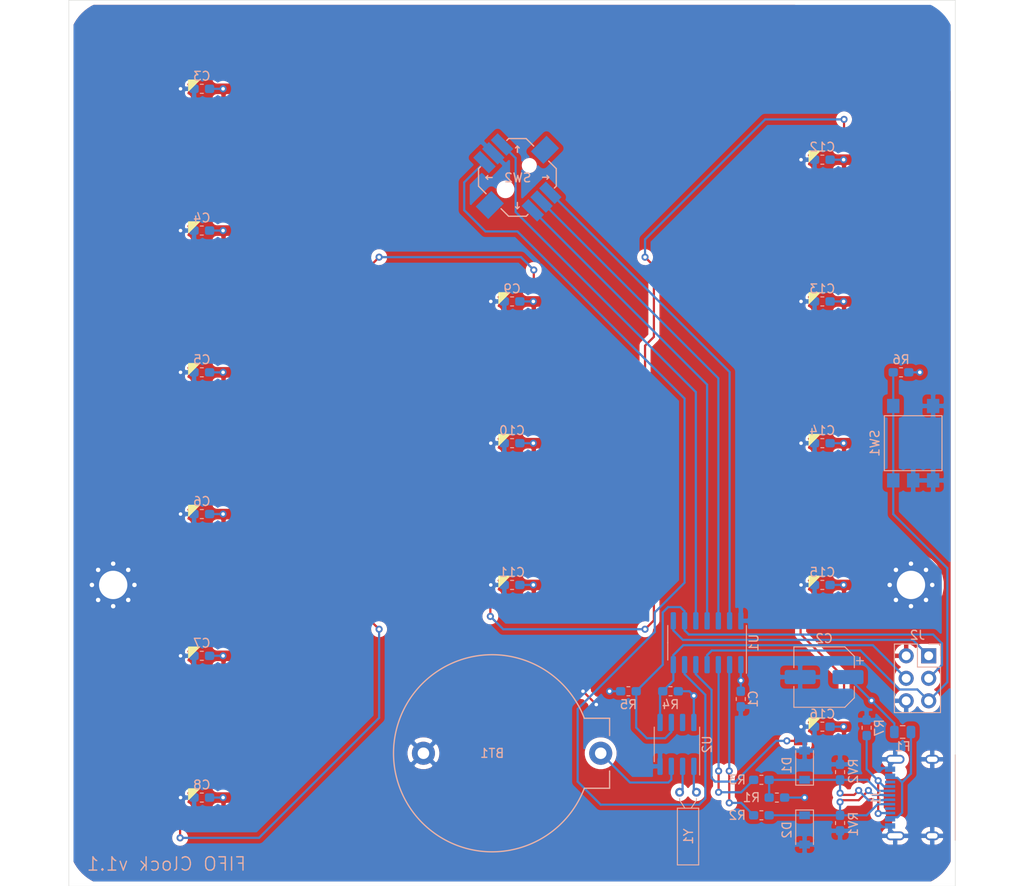
<source format=kicad_pcb>
(kicad_pcb (version 20171130) (host pcbnew 5.1.3-ffb9f22~84~ubuntu18.10.1)
  (layers (0 F.Cu signal) (31 B.Cu signal) (34 B.Paste user) (35 F.Paste user) (36 B.SilkS user) (37 F.SilkS user) (38 B.Mask user) (39 F.Mask user) (44 Edge.Cuts user))
  (net 0 "")
  (net 1 "Net-(BT1-Pad1)")
  (net 2 GND)
  (net 3 +5V)
  (net 4 "Net-(D1-Pad1)")
  (net 5 "Net-(D2-Pad1)")
  (net 6 "Net-(D3-Pad4)")
  (net 7 "Net-(D3-Pad2)")
  (net 8 "Net-(D4-Pad2)")
  (net 9 "Net-(D5-Pad2)")
  (net 10 "Net-(D6-Pad2)")
  (net 11 "Net-(D7-Pad2)")
  (net 12 "Net-(D8-Pad2)")
  (net 13 "Net-(D10-Pad4)")
  (net 14 "Net-(D10-Pad2)")
  (net 15 "Net-(D11-Pad2)")
  (net 16 "Net-(D12-Pad2)")
  (net 17 "Net-(D13-Pad2)")
  (net 18 "Net-(D14-Pad2)")
  (net 19 "Net-(D15-Pad2)")
  (net 20 "Net-(D16-Pad2)")
  (net 21 "Net-(F1-Pad2)")
  (net 22 "Net-(J1-PadA5)")
  (net 23 "Net-(J1-PadA8)")
  (net 24 "Net-(J1-PadB8)")
  (net 25 "Net-(J2-Pad1)")
  (net 26 "Net-(J2-Pad3)")
  (net 27 "Net-(J2-Pad4)")
  (net 28 "Net-(J2-Pad5)")
  (net 29 "Net-(SW2-Pad1)")
  (net 30 "Net-(SW2-Pad3)")
  (net 31 "Net-(SW2-Pad2)")
  (net 32 "Net-(SW2-Pad4)")
  (net 33 "Net-(SW2-Pad6)")
  (net 34 "Net-(U2-Pad1)")
  (net 35 "Net-(U2-Pad2)")
  (net 36 "Net-(U2-Pad7)")
  (net 37 /D+)
  (net 38 /D-)
  (module Clock_Footprints:LED_SK6812_PLCC4_5.0x5.0mm_P3.2mm_STEALTH (layer F.Cu) (at 135 132 180)
    (fp_text reference D16 hide)
    (fp_text value SK6812)
    (pad 3 smd rect (at -2.45 -1.6 180) (size 1.5 1) (layers F.Cu F.Paste F.Mask) (net 3 +5V))
    (pad 4 smd rect (at -2.45 1.6 180) (size 1.5 1) (layers F.Cu F.Paste F.Mask) (net 19 "Net-(D15-Pad2)"))
    (pad 2 smd rect (at 2.45 -1.6 180) (size 1.5 1) (layers F.Cu F.Paste F.Mask) (net 20 "Net-(D16-Pad2)"))
    (pad 1 smd rect (at 2.45 1.6 180) (size 1.5 1) (layers F.Cu F.Paste F.Mask) (net 2 GND))
  )
  (module Clock_Footprints:LED_SK6812_PLCC4_5.0x5.0mm_P3.2mm_STEALTH (layer F.Cu) (at 100 100 180)
    (fp_text reference D10 hide)
    (fp_text value SK6812)
    (pad 3 smd rect (at -2.45 -1.6 180) (size 1.5 1) (layers F.Cu F.Paste F.Mask) (net 3 +5V))
    (pad 4 smd rect (at -2.45 1.6 180) (size 1.5 1) (layers F.Cu F.Paste F.Mask) (net 13 "Net-(D10-Pad4)"))
    (pad 2 smd rect (at 2.45 -1.6 180) (size 1.5 1) (layers F.Cu F.Paste F.Mask) (net 14 "Net-(D10-Pad2)"))
    (pad 1 smd rect (at 2.45 1.6 180) (size 1.5 1) (layers F.Cu F.Paste F.Mask) (net 2 GND))
  )
  (module Clock_Footprints:LED_SK6812_PLCC4_5.0x5.0mm_P3.2mm_STEALTH (layer F.Cu) (at 65 60 180)
    (fp_text reference D3 hide)
    (fp_text value SK6812)
    (pad 3 smd rect (at -2.45 -1.6 180) (size 1.5 1) (layers F.Cu F.Paste F.Mask) (net 3 +5V))
    (pad 4 smd rect (at -2.45 1.6 180) (size 1.5 1) (layers F.Cu F.Paste F.Mask) (net 6 "Net-(D3-Pad4)"))
    (pad 2 smd rect (at 2.45 -1.6 180) (size 1.5 1) (layers F.Cu F.Paste F.Mask) (net 7 "Net-(D3-Pad2)"))
    (pad 1 smd rect (at 2.45 1.6 180) (size 1.5 1) (layers F.Cu F.Paste F.Mask) (net 2 GND))
  )
  (module Clock_Footprints:LED_SK6812_PLCC4_5.0x5.0mm_P3.2mm_STEALTH (layer F.Cu) (at 65 76 180)
    (fp_text reference D4 hide)
    (fp_text value SK6812)
    (pad 3 smd rect (at -2.45 -1.6 180) (size 1.5 1) (layers F.Cu F.Paste F.Mask) (net 3 +5V))
    (pad 4 smd rect (at -2.45 1.6 180) (size 1.5 1) (layers F.Cu F.Paste F.Mask) (net 7 "Net-(D3-Pad2)"))
    (pad 2 smd rect (at 2.45 -1.6 180) (size 1.5 1) (layers F.Cu F.Paste F.Mask) (net 8 "Net-(D4-Pad2)"))
    (pad 1 smd rect (at 2.45 1.6 180) (size 1.5 1) (layers F.Cu F.Paste F.Mask) (net 2 GND))
  )
  (module Clock_Footprints:LED_SK6812_PLCC4_5.0x5.0mm_P3.2mm_STEALTH (layer F.Cu) (at 65 92 180)
    (fp_text reference D5 hide)
    (fp_text value SK6812)
    (pad 3 smd rect (at -2.45 -1.6 180) (size 1.5 1) (layers F.Cu F.Paste F.Mask) (net 3 +5V))
    (pad 4 smd rect (at -2.45 1.6 180) (size 1.5 1) (layers F.Cu F.Paste F.Mask) (net 8 "Net-(D4-Pad2)"))
    (pad 2 smd rect (at 2.45 -1.6 180) (size 1.5 1) (layers F.Cu F.Paste F.Mask) (net 9 "Net-(D5-Pad2)"))
    (pad 1 smd rect (at 2.45 1.6 180) (size 1.5 1) (layers F.Cu F.Paste F.Mask) (net 2 GND))
  )
  (module Clock_Footprints:LED_SK6812_PLCC4_5.0x5.0mm_P3.2mm_STEALTH (layer F.Cu) (at 65 108 180)
    (fp_text reference D6 hide)
    (fp_text value SK6812)
    (pad 3 smd rect (at -2.45 -1.6 180) (size 1.5 1) (layers F.Cu F.Paste F.Mask) (net 3 +5V))
    (pad 4 smd rect (at -2.45 1.6 180) (size 1.5 1) (layers F.Cu F.Paste F.Mask) (net 9 "Net-(D5-Pad2)"))
    (pad 2 smd rect (at 2.45 -1.6 180) (size 1.5 1) (layers F.Cu F.Paste F.Mask) (net 10 "Net-(D6-Pad2)"))
    (pad 1 smd rect (at 2.45 1.6 180) (size 1.5 1) (layers F.Cu F.Paste F.Mask) (net 2 GND))
  )
  (module Clock_Footprints:LED_SK6812_PLCC4_5.0x5.0mm_P3.2mm_STEALTH (layer F.Cu) (at 65 124 180)
    (fp_text reference D7 hide)
    (fp_text value SK6812)
    (pad 3 smd rect (at -2.45 -1.6 180) (size 1.5 1) (layers F.Cu F.Paste F.Mask) (net 3 +5V))
    (pad 4 smd rect (at -2.45 1.6 180) (size 1.5 1) (layers F.Cu F.Paste F.Mask) (net 10 "Net-(D6-Pad2)"))
    (pad 2 smd rect (at 2.45 -1.6 180) (size 1.5 1) (layers F.Cu F.Paste F.Mask) (net 11 "Net-(D7-Pad2)"))
    (pad 1 smd rect (at 2.45 1.6 180) (size 1.5 1) (layers F.Cu F.Paste F.Mask) (net 2 GND))
  )
  (module Clock_Footprints:LED_SK6812_PLCC4_5.0x5.0mm_P3.2mm_STEALTH (layer F.Cu) (at 65 140 180)
    (fp_text reference D8 hide)
    (fp_text value SK6812)
    (pad 3 smd rect (at -2.45 -1.6 180) (size 1.5 1) (layers F.Cu F.Paste F.Mask) (net 3 +5V))
    (pad 4 smd rect (at -2.45 1.6 180) (size 1.5 1) (layers F.Cu F.Paste F.Mask) (net 11 "Net-(D7-Pad2)"))
    (pad 2 smd rect (at 2.45 -1.6 180) (size 1.5 1) (layers F.Cu F.Paste F.Mask) (net 12 "Net-(D8-Pad2)"))
    (pad 1 smd rect (at 2.45 1.6 180) (size 1.5 1) (layers F.Cu F.Paste F.Mask) (net 2 GND))
  )
  (module Clock_Footprints:LED_SK6812_PLCC4_5.0x5.0mm_P3.2mm_STEALTH (layer F.Cu) (at 100 84 180)
    (fp_text reference D9 hide)
    (fp_text value SK6812)
    (pad 3 smd rect (at -2.45 -1.6 180) (size 1.5 1) (layers F.Cu F.Paste F.Mask) (net 3 +5V))
    (pad 4 smd rect (at -2.45 1.6 180) (size 1.5 1) (layers F.Cu F.Paste F.Mask) (net 12 "Net-(D8-Pad2)"))
    (pad 2 smd rect (at 2.45 -1.6 180) (size 1.5 1) (layers F.Cu F.Paste F.Mask) (net 13 "Net-(D10-Pad4)"))
    (pad 1 smd rect (at 2.45 1.6 180) (size 1.5 1) (layers F.Cu F.Paste F.Mask) (net 2 GND))
  )
  (module Clock_Footprints:LED_SK6812_PLCC4_5.0x5.0mm_P3.2mm_STEALTH (layer F.Cu) (at 100 116 180)
    (fp_text reference D11 hide)
    (fp_text value SK6812)
    (pad 3 smd rect (at -2.45 -1.6 180) (size 1.5 1) (layers F.Cu F.Paste F.Mask) (net 3 +5V))
    (pad 4 smd rect (at -2.45 1.6 180) (size 1.5 1) (layers F.Cu F.Paste F.Mask) (net 14 "Net-(D10-Pad2)"))
    (pad 2 smd rect (at 2.45 -1.6 180) (size 1.5 1) (layers F.Cu F.Paste F.Mask) (net 15 "Net-(D11-Pad2)"))
    (pad 1 smd rect (at 2.45 1.6 180) (size 1.5 1) (layers F.Cu F.Paste F.Mask) (net 2 GND))
  )
  (module Clock_Footprints:LED_SK6812_PLCC4_5.0x5.0mm_P3.2mm_STEALTH (layer F.Cu) (at 135 68 180)
    (fp_text reference D12 hide)
    (fp_text value SK6812)
    (pad 3 smd rect (at -2.45 -1.6 180) (size 1.5 1) (layers F.Cu F.Paste F.Mask) (net 3 +5V))
    (pad 4 smd rect (at -2.45 1.6 180) (size 1.5 1) (layers F.Cu F.Paste F.Mask) (net 15 "Net-(D11-Pad2)"))
    (pad 2 smd rect (at 2.45 -1.6 180) (size 1.5 1) (layers F.Cu F.Paste F.Mask) (net 16 "Net-(D12-Pad2)"))
    (pad 1 smd rect (at 2.45 1.6 180) (size 1.5 1) (layers F.Cu F.Paste F.Mask) (net 2 GND))
  )
  (module Clock_Footprints:LED_SK6812_PLCC4_5.0x5.0mm_P3.2mm_STEALTH (layer F.Cu) (at 135 84 180)
    (fp_text reference D13 hide)
    (fp_text value SK6812)
    (pad 3 smd rect (at -2.45 -1.6 180) (size 1.5 1) (layers F.Cu F.Paste F.Mask) (net 3 +5V))
    (pad 4 smd rect (at -2.45 1.6 180) (size 1.5 1) (layers F.Cu F.Paste F.Mask) (net 16 "Net-(D12-Pad2)"))
    (pad 2 smd rect (at 2.45 -1.6 180) (size 1.5 1) (layers F.Cu F.Paste F.Mask) (net 17 "Net-(D13-Pad2)"))
    (pad 1 smd rect (at 2.45 1.6 180) (size 1.5 1) (layers F.Cu F.Paste F.Mask) (net 2 GND))
  )
  (module Clock_Footprints:LED_SK6812_PLCC4_5.0x5.0mm_P3.2mm_STEALTH (layer F.Cu) (at 135 100 180)
    (fp_text reference D14 hide)
    (fp_text value SK6812)
    (pad 3 smd rect (at -2.45 -1.6 180) (size 1.5 1) (layers F.Cu F.Paste F.Mask) (net 3 +5V))
    (pad 4 smd rect (at -2.45 1.6 180) (size 1.5 1) (layers F.Cu F.Paste F.Mask) (net 17 "Net-(D13-Pad2)"))
    (pad 2 smd rect (at 2.45 -1.6 180) (size 1.5 1) (layers F.Cu F.Paste F.Mask) (net 18 "Net-(D14-Pad2)"))
    (pad 1 smd rect (at 2.45 1.6 180) (size 1.5 1) (layers F.Cu F.Paste F.Mask) (net 2 GND))
  )
  (module Clock_Footprints:LED_SK6812_PLCC4_5.0x5.0mm_P3.2mm_STEALTH (layer F.Cu) (at 135 116 180)
    (fp_text reference D15 hide)
    (fp_text value SK6812)
    (pad 3 smd rect (at -2.45 -1.6 180) (size 1.5 1) (layers F.Cu F.Paste F.Mask) (net 3 +5V))
    (pad 4 smd rect (at -2.45 1.6 180) (size 1.5 1) (layers F.Cu F.Paste F.Mask) (net 18 "Net-(D14-Pad2)"))
    (pad 2 smd rect (at 2.45 -1.6 180) (size 1.5 1) (layers F.Cu F.Paste F.Mask) (net 19 "Net-(D15-Pad2)"))
    (pad 1 smd rect (at 2.45 1.6 180) (size 1.5 1) (layers F.Cu F.Paste F.Mask) (net 2 GND))
  )
  (module MountingHole:MountingHole_3.2mm_M3_Pad_Via (layer F.Cu) (at 55 116)
    (fp_text reference REF** hide)
    (fp_text value MountingHole_3.2mm_M3_Pad_Via)
    (pad 1 thru_hole circle (at 0 0) (size 6.4 6.4) (drill 3.2) (layers *.Cu *.Mask) (net 2 GND))
    (pad 1 thru_hole circle (at 2.4 0) (size 0.8 0.8) (drill 0.5) (layers *.Cu *.Mask) (net 2 GND))
    (pad 1 thru_hole circle (at 1.697056 1.697056) (size 0.8 0.8) (drill 0.5) (layers *.Cu *.Mask) (net 2 GND))
    (pad 1 thru_hole circle (at 0 2.4) (size 0.8 0.8) (drill 0.5) (layers *.Cu *.Mask) (net 2 GND))
    (pad 1 thru_hole circle (at -1.697056 1.697056) (size 0.8 0.8) (drill 0.5) (layers *.Cu *.Mask) (net 2 GND))
    (pad 1 thru_hole circle (at -2.4 0) (size 0.8 0.8) (drill 0.5) (layers *.Cu *.Mask) (net 2 GND))
    (pad 1 thru_hole circle (at -1.697056 -1.697056) (size 0.8 0.8) (drill 0.5) (layers *.Cu *.Mask) (net 2 GND))
    (pad 1 thru_hole circle (at 0 -2.4) (size 0.8 0.8) (drill 0.5) (layers *.Cu *.Mask) (net 2 GND))
    (pad 1 thru_hole circle (at 1.697056 -1.697056) (size 0.8 0.8) (drill 0.5) (layers *.Cu *.Mask) (net 2 GND))
  )
  (module MountingHole:MountingHole_3.2mm_M3_Pad_Via (layer F.Cu) (at 145 116)
    (fp_text reference REF** hide)
    (fp_text value MountingHole_3.2mm_M3_Pad_Via)
    (pad 1 thru_hole circle (at 1.697056 -1.697056) (size 0.8 0.8) (drill 0.5) (layers *.Cu *.Mask) (net 2 GND))
    (pad 1 thru_hole circle (at 0 -2.4) (size 0.8 0.8) (drill 0.5) (layers *.Cu *.Mask) (net 2 GND))
    (pad 1 thru_hole circle (at -1.697056 -1.697056) (size 0.8 0.8) (drill 0.5) (layers *.Cu *.Mask) (net 2 GND))
    (pad 1 thru_hole circle (at -2.4 0) (size 0.8 0.8) (drill 0.5) (layers *.Cu *.Mask) (net 2 GND))
    (pad 1 thru_hole circle (at -1.697056 1.697056) (size 0.8 0.8) (drill 0.5) (layers *.Cu *.Mask) (net 2 GND))
    (pad 1 thru_hole circle (at 0 2.4) (size 0.8 0.8) (drill 0.5) (layers *.Cu *.Mask) (net 2 GND))
    (pad 1 thru_hole circle (at 1.697056 1.697056) (size 0.8 0.8) (drill 0.5) (layers *.Cu *.Mask) (net 2 GND))
    (pad 1 thru_hole circle (at 2.4 0) (size 0.8 0.8) (drill 0.5) (layers *.Cu *.Mask) (net 2 GND))
    (pad 1 thru_hole circle (at 0 0) (size 6.4 6.4) (drill 3.2) (layers *.Cu *.Mask) (net 2 GND))
  )
  (module Clock_Footprints:U262-16XN-4BVC11 (layer B.Cu) (at 150 140 270)
    (fp_text reference J1 (at 0 8.95 270) (layer B.SilkS) (effects (justify mirror)))
    (fp_text value U262-16XN-4BVC11)
    (pad A12/B1 smd rect (at 3.2 7.355 270) (size 0.6 1.15) (layers B.Cu B.Paste B.Mask) (net 2 GND))
    (pad A9/B4 smd rect (at 2.4 7.355 270) (size 0.6 1.15) (layers B.Cu B.Paste B.Mask) (net 21 "Net-(F1-Pad2)"))
    (pad A1/B12 smd rect (at -3.2 7.355 270) (size 0.6 1.15) (layers B.Cu B.Paste B.Mask) (net 2 GND))
    (pad S1 thru_hole oval (at -4.32 2.6 270) (size 1 1.6) (drill oval 0.6 1.2) (layers *.Cu *.Mask) (net 2 GND))
    (pad S1 thru_hole oval (at 4.32 2.6 270) (size 1 1.6) (drill oval 0.6 1.2) (layers *.Cu *.Mask) (net 2 GND))
    (pad S1 thru_hole oval (at -4.32 6.78 270) (size 1 2.1) (drill oval 0.6 1.7) (layers *.Cu *.Mask) (net 2 GND))
    (pad S1 thru_hole oval (at 4.32 6.78 270) (size 1 2.1) (drill oval 0.6 1.7) (layers *.Cu *.Mask) (net 2 GND))
    (pad "" np_thru_hole circle (at -2.89 6.28 270) (size 0.65 0.65) (drill 0.65) (layers *.Cu *.Mask))
    (pad "" np_thru_hole circle (at 2.89 6.3 270) (size 0.65 0.65) (drill 0.65) (layers *.Cu *.Mask))
    (pad A4/B9 smd rect (at -2.4 7.355 270) (size 0.6 1.15) (layers B.Cu B.Paste B.Mask) (net 21 "Net-(F1-Pad2)"))
    (pad B8 smd rect (at -1.75 7.355 270) (size 0.3 1.15) (layers B.Cu B.Paste B.Mask) (net 24 "Net-(J1-PadB8)"))
    (pad A5 smd rect (at -1.25 7.355 270) (size 0.3 1.15) (layers B.Cu B.Paste B.Mask) (net 22 "Net-(J1-PadA5)"))
    (pad B7 smd rect (at -0.75 7.355 270) (size 0.3 1.15) (layers B.Cu B.Paste B.Mask) (net 4 "Net-(D1-Pad1)"))
    (pad A6 smd rect (at -0.25 7.355 270) (size 0.3 1.15) (layers B.Cu B.Paste B.Mask) (net 5 "Net-(D2-Pad1)"))
    (pad A7 smd rect (at 0.25 7.355 270) (size 0.3 1.15) (layers B.Cu B.Paste B.Mask) (net 4 "Net-(D1-Pad1)"))
    (pad B6 smd rect (at 0.75 7.355 270) (size 0.3 1.15) (layers B.Cu B.Paste B.Mask) (net 5 "Net-(D2-Pad1)"))
    (pad A8 smd rect (at 1.25 7.355 270) (size 0.3 1.15) (layers B.Cu B.Paste B.Mask) (net 23 "Net-(J1-PadA8)"))
    (pad B5 smd rect (at 1.75 7.355 270) (size 0.3 1.15) (layers B.Cu B.Paste B.Mask) (net 22 "Net-(J1-PadA5)"))
  )
  (module Clock_Footprints:K1-5203UA-01 (layer B.Cu) (at 100.6 70 315)
    (fp_text reference SW2 (at 0.059999 0) (layer B.SilkS) (effects (justify mirror)))
    (fp_text value SW_5_Way)
    (pad 1 smd rect (at 3.85 -1.4 315) (size 2.5 1.1) (layers B.Cu B.Paste B.Mask) (net 29 "Net-(SW2-Pad1)"))
    (pad 3 smd rect (at 3.85 1.4 315) (size 2.5 1.1) (layers B.Cu B.Paste B.Mask) (net 30 "Net-(SW2-Pad3)"))
    (pad 2 smd rect (at 3.85 0 315) (size 2.5 1.1) (layers B.Cu B.Paste B.Mask) (net 31 "Net-(SW2-Pad2)"))
    (pad "" np_thru_hole circle (at 0 1.9 315) (size 1 1) (drill 1) (layers *.Cu))
    (pad "" np_thru_hole circle (at 0 -1.9 315) (size 0.7 0.7) (drill 0.7) (layers *.Cu))
    (pad "" smd rect (at 0 4.4 315) (size 2 2.5) (layers B.Cu B.Paste B.Mask))
    (pad "" smd rect (at 0 -4.4 315) (size 2 2.5) (layers B.Cu B.Paste B.Mask))
    (pad 5 smd rect (at -3.85 0 135) (size 2.5 1.1) (layers B.Cu B.Paste B.Mask) (net 2 GND))
    (pad 4 smd rect (at -3.85 -1.4 135) (size 2.5 1.1) (layers B.Cu B.Paste B.Mask) (net 32 "Net-(SW2-Pad4)"))
    (pad 6 smd rect (at -3.85 1.4 135) (size 2.5 1.1) (layers B.Cu B.Paste B.Mask) (net 33 "Net-(SW2-Pad6)"))
  )
  (module Clock_Footprints:BS-2-1 (layer B.Cu) (at 97.75 135)
    (fp_text reference BT1 (at 0 0) (layer B.SilkS) (effects (justify mirror)))
    (fp_text value CR3032)
    (pad 1 thru_hole circle (at 12.25 0) (size 2.6 2.6) (drill 1.3) (layers *.Cu *.Mask) (net 1 "Net-(BT1-Pad1)"))
    (pad 2 thru_hole circle (at -7.75 0) (size 2.6 2.6) (drill 1.3) (layers *.Cu *.Mask) (net 2 GND))
  )
  (module Capacitor_SMD:C_0603_1608Metric_Pad1.05x0.95mm_HandSolder (layer B.Cu) (at 125.8 128.875 270)
    (fp_text reference C1 (at 0 -1.4 90) (layer B.SilkS) (effects (justify mirror)))
    (fp_text value 104)
    (pad 2 smd roundrect (at 0.875 0 270) (size 1.05 0.95) (layers B.Cu B.Paste B.Mask) (net 2 GND))
    (pad 1 smd roundrect (at -0.875 0 270) (size 1.05 0.95) (layers B.Cu B.Paste B.Mask) (net 3 +5V))
  )
  (module Capacitor_SMD:C_0603_1608Metric_Pad1.05x0.95mm_HandSolder (layer B.Cu) (at 65 60 180)
    (fp_text reference C3 (at 0 1.43 180) (layer B.SilkS) (effects (justify mirror)))
    (fp_text value 104)
    (pad 2 smd roundrect (at 0.875 0 180) (size 1.05 0.95) (layers B.Cu B.Paste B.Mask) (net 2 GND))
    (pad 1 smd roundrect (at -0.875 0 180) (size 1.05 0.95) (layers B.Cu B.Paste B.Mask) (net 3 +5V))
  )
  (module Capacitor_SMD:C_0603_1608Metric_Pad1.05x0.95mm_HandSolder (layer B.Cu) (at 65 76 180)
    (fp_text reference C4 (at 0 1.43 180) (layer B.SilkS) (effects (justify mirror)))
    (fp_text value 104)
    (pad 1 smd roundrect (at -0.875 0 180) (size 1.05 0.95) (layers B.Cu B.Paste B.Mask) (net 3 +5V))
    (pad 2 smd roundrect (at 0.875 0 180) (size 1.05 0.95) (layers B.Cu B.Paste B.Mask) (net 2 GND))
  )
  (module Capacitor_SMD:C_0603_1608Metric_Pad1.05x0.95mm_HandSolder (layer B.Cu) (at 65 92 180)
    (fp_text reference C5 (at 0 1.43 180) (layer B.SilkS) (effects (justify mirror)))
    (fp_text value 104)
    (pad 2 smd roundrect (at 0.875 0 180) (size 1.05 0.95) (layers B.Cu B.Paste B.Mask) (net 2 GND))
    (pad 1 smd roundrect (at -0.875 0 180) (size 1.05 0.95) (layers B.Cu B.Paste B.Mask) (net 3 +5V))
  )
  (module Capacitor_SMD:C_0603_1608Metric_Pad1.05x0.95mm_HandSolder (layer B.Cu) (at 65 108 180)
    (fp_text reference C6 (at 0 1.43 180) (layer B.SilkS) (effects (justify mirror)))
    (fp_text value 104)
    (pad 1 smd roundrect (at -0.875 0 180) (size 1.05 0.95) (layers B.Cu B.Paste B.Mask) (net 3 +5V))
    (pad 2 smd roundrect (at 0.875 0 180) (size 1.05 0.95) (layers B.Cu B.Paste B.Mask) (net 2 GND))
  )
  (module Capacitor_SMD:C_0603_1608Metric_Pad1.05x0.95mm_HandSolder (layer B.Cu) (at 65 124 180)
    (fp_text reference C7 (at 0 1.43 180) (layer B.SilkS) (effects (justify mirror)))
    (fp_text value 104)
    (pad 2 smd roundrect (at 0.875 0 180) (size 1.05 0.95) (layers B.Cu B.Paste B.Mask) (net 2 GND))
    (pad 1 smd roundrect (at -0.875 0 180) (size 1.05 0.95) (layers B.Cu B.Paste B.Mask) (net 3 +5V))
  )
  (module Capacitor_SMD:C_0603_1608Metric_Pad1.05x0.95mm_HandSolder (layer B.Cu) (at 65 140 180)
    (fp_text reference C8 (at 0 1.43 180) (layer B.SilkS) (effects (justify mirror)))
    (fp_text value 104)
    (pad 1 smd roundrect (at -0.875 0 180) (size 1.05 0.95) (layers B.Cu B.Paste B.Mask) (net 3 +5V))
    (pad 2 smd roundrect (at 0.875 0 180) (size 1.05 0.95) (layers B.Cu B.Paste B.Mask) (net 2 GND))
  )
  (module Capacitor_SMD:C_0603_1608Metric_Pad1.05x0.95mm_HandSolder (layer B.Cu) (at 100 84 180)
    (fp_text reference C9 (at 0 1.43) (layer B.SilkS) (effects (justify mirror)))
    (fp_text value 104)
    (pad 1 smd roundrect (at -0.875 0 180) (size 1.05 0.95) (layers B.Cu B.Paste B.Mask) (net 3 +5V))
    (pad 2 smd roundrect (at 0.875 0 180) (size 1.05 0.95) (layers B.Cu B.Paste B.Mask) (net 2 GND))
  )
  (module Capacitor_SMD:C_0603_1608Metric_Pad1.05x0.95mm_HandSolder (layer B.Cu) (at 100 100 180)
    (fp_text reference C10 (at 0 1.43) (layer B.SilkS) (effects (justify mirror)))
    (fp_text value 104)
    (pad 2 smd roundrect (at 0.875 0 180) (size 1.05 0.95) (layers B.Cu B.Paste B.Mask) (net 2 GND))
    (pad 1 smd roundrect (at -0.875 0 180) (size 1.05 0.95) (layers B.Cu B.Paste B.Mask) (net 3 +5V))
  )
  (module Capacitor_SMD:C_0603_1608Metric_Pad1.05x0.95mm_HandSolder (layer B.Cu) (at 100 116 180)
    (fp_text reference C11 (at 0 1.43) (layer B.SilkS) (effects (justify mirror)))
    (fp_text value 104)
    (pad 2 smd roundrect (at 0.875 0 180) (size 1.05 0.95) (layers B.Cu B.Paste B.Mask) (net 2 GND))
    (pad 1 smd roundrect (at -0.875 0 180) (size 1.05 0.95) (layers B.Cu B.Paste B.Mask) (net 3 +5V))
  )
  (module Capacitor_SMD:C_0603_1608Metric_Pad1.05x0.95mm_HandSolder (layer B.Cu) (at 135 68 180)
    (fp_text reference C12 (at 0 1.43) (layer B.SilkS) (effects (justify mirror)))
    (fp_text value 104)
    (pad 1 smd roundrect (at -0.875 0 180) (size 1.05 0.95) (layers B.Cu B.Paste B.Mask) (net 3 +5V))
    (pad 2 smd roundrect (at 0.875 0 180) (size 1.05 0.95) (layers B.Cu B.Paste B.Mask) (net 2 GND))
  )
  (module Capacitor_SMD:C_0603_1608Metric_Pad1.05x0.95mm_HandSolder (layer B.Cu) (at 135 84 180)
    (fp_text reference C13 (at 0 1.43) (layer B.SilkS) (effects (justify mirror)))
    (fp_text value 104)
    (pad 2 smd roundrect (at 0.875 0 180) (size 1.05 0.95) (layers B.Cu B.Paste B.Mask) (net 2 GND))
    (pad 1 smd roundrect (at -0.875 0 180) (size 1.05 0.95) (layers B.Cu B.Paste B.Mask) (net 3 +5V))
  )
  (module Capacitor_SMD:C_0603_1608Metric_Pad1.05x0.95mm_HandSolder (layer B.Cu) (at 135 100 180)
    (fp_text reference C14 (at 0 1.43) (layer B.SilkS) (effects (justify mirror)))
    (fp_text value 104)
    (pad 1 smd roundrect (at -0.875 0 180) (size 1.05 0.95) (layers B.Cu B.Paste B.Mask) (net 3 +5V))
    (pad 2 smd roundrect (at 0.875 0 180) (size 1.05 0.95) (layers B.Cu B.Paste B.Mask) (net 2 GND))
  )
  (module Capacitor_SMD:C_0603_1608Metric_Pad1.05x0.95mm_HandSolder (layer B.Cu) (at 135 116 180)
    (fp_text reference C15 (at 0 1.43) (layer B.SilkS) (effects (justify mirror)))
    (fp_text value 104)
    (pad 1 smd roundrect (at -0.875 0 180) (size 1.05 0.95) (layers B.Cu B.Paste B.Mask) (net 3 +5V))
    (pad 2 smd roundrect (at 0.875 0 180) (size 1.05 0.95) (layers B.Cu B.Paste B.Mask) (net 2 GND))
  )
  (module Capacitor_SMD:C_0603_1608Metric_Pad1.05x0.95mm_HandSolder (layer B.Cu) (at 135 132 180)
    (fp_text reference C16 (at 0 1.43) (layer B.SilkS) (effects (justify mirror)))
    (fp_text value 104)
    (pad 2 smd roundrect (at 0.875 0 180) (size 1.05 0.95) (layers B.Cu B.Paste B.Mask) (net 2 GND))
    (pad 1 smd roundrect (at -0.875 0 180) (size 1.05 0.95) (layers B.Cu B.Paste B.Mask) (net 3 +5V))
  )
  (module Diode_SMD:D_SOD-123 (layer B.Cu) (at 133 136.35 90)
    (fp_text reference D1 (at 0 -2 270) (layer B.SilkS) (effects (justify mirror)))
    (fp_text value 3.6v)
    (pad 1 smd rect (at -1.65 0 90) (size 0.9 1.2) (layers B.Cu B.Paste B.Mask) (net 4 "Net-(D1-Pad1)"))
    (pad 2 smd rect (at 1.65 0 90) (size 0.9 1.2) (layers B.Cu B.Paste B.Mask) (net 2 GND))
  )
  (module Diode_SMD:D_SOD-123 (layer B.Cu) (at 133 143.65 270)
    (fp_text reference D2 (at 0 2 270) (layer B.SilkS) (effects (justify mirror)))
    (fp_text value 3.6v)
    (pad 2 smd rect (at 1.65 0 270) (size 0.9 1.2) (layers B.Cu B.Paste B.Mask) (net 2 GND))
    (pad 1 smd rect (at -1.65 0 270) (size 0.9 1.2) (layers B.Cu B.Paste B.Mask) (net 5 "Net-(D2-Pad1)"))
  )
  (module Fuse:Fuse_0805_2012Metric (layer B.Cu) (at 144.0625 132.6)
    (fp_text reference F1 (at 0 1.65) (layer B.SilkS) (effects (justify mirror)))
    (fp_text value "500mA PTC")
    (pad 1 smd roundrect (at -0.9375 0) (size 0.975 1.4) (layers B.Cu B.Paste B.Mask) (net 3 +5V))
    (pad 2 smd roundrect (at 0.9375 0) (size 0.975 1.4) (layers B.Cu B.Paste B.Mask) (net 21 "Net-(F1-Pad2)"))
  )
  (module Connector_PinHeader_2.54mm:PinHeader_2x03_P2.54mm_Vertical (layer B.Cu) (at 147 124 180)
    (fp_text reference J2 (at 1.27 2.33) (layer B.SilkS) (effects (justify mirror)))
    (fp_text value AVR-ISP-6)
    (pad 1 thru_hole rect (at 0 0 180) (size 1.7 1.7) (drill 1) (layers *.Cu *.Mask) (net 25 "Net-(J2-Pad1)"))
    (pad 2 thru_hole oval (at 2.54 0 180) (size 1.7 1.7) (drill 1) (layers *.Cu *.Mask) (net 3 +5V))
    (pad 3 thru_hole oval (at 0 -2.54 180) (size 1.7 1.7) (drill 1) (layers *.Cu *.Mask) (net 26 "Net-(J2-Pad3)"))
    (pad 4 thru_hole oval (at 2.54 -2.54 180) (size 1.7 1.7) (drill 1) (layers *.Cu *.Mask) (net 27 "Net-(J2-Pad4)"))
    (pad 5 thru_hole oval (at 0 -5.08 180) (size 1.7 1.7) (drill 1) (layers *.Cu *.Mask) (net 28 "Net-(J2-Pad5)"))
    (pad 6 thru_hole oval (at 2.54 -5.08 180) (size 1.7 1.7) (drill 1) (layers *.Cu *.Mask) (net 2 GND))
  )
  (module Resistor_SMD:R_0603_1608Metric_Pad1.05x0.95mm_HandSolder (layer B.Cu) (at 129.875 140 180)
    (fp_text reference R1 (at 2.875 0) (layer B.SilkS) (effects (justify mirror)))
    (fp_text value 1.5k)
    (pad 1 smd roundrect (at -0.875 0 180) (size 1.05 0.95) (layers B.Cu B.Paste B.Mask) (net 3 +5V))
    (pad 2 smd roundrect (at 0.875 0 180) (size 1.05 0.95) (layers B.Cu B.Paste B.Mask) (net 4 "Net-(D1-Pad1)"))
  )
  (module Resistor_SMD:R_0603_1608Metric_Pad1.05x0.95mm_HandSolder (layer B.Cu) (at 128.125 142 180)
    (fp_text reference R2 (at 2.725 0) (layer B.SilkS) (effects (justify mirror)))
    (fp_text value 68)
    (pad 2 smd roundrect (at 0.875 0 180) (size 1.05 0.95) (layers B.Cu B.Paste B.Mask) (net 37 /D+))
    (pad 1 smd roundrect (at -0.875 0 180) (size 1.05 0.95) (layers B.Cu B.Paste B.Mask) (net 5 "Net-(D2-Pad1)"))
  )
  (module Resistor_SMD:R_0603_1608Metric_Pad1.05x0.95mm_HandSolder (layer B.Cu) (at 128.125 138 180)
    (fp_text reference R3 (at 2.725 0) (layer B.SilkS) (effects (justify mirror)))
    (fp_text value 68)
    (pad 1 smd roundrect (at -0.875 0 180) (size 1.05 0.95) (layers B.Cu B.Paste B.Mask) (net 4 "Net-(D1-Pad1)"))
    (pad 2 smd roundrect (at 0.875 0 180) (size 1.05 0.95) (layers B.Cu B.Paste B.Mask) (net 38 /D-))
  )
  (module Resistor_SMD:R_0603_1608Metric_Pad1.05x0.95mm_HandSolder (layer B.Cu) (at 117.875 128 180)
    (fp_text reference R4 (at 0 -1.5) (layer B.SilkS) (effects (justify mirror)))
    (fp_text value 5.1k)
    (pad 2 smd roundrect (at 0.875 0 180) (size 1.05 0.95) (layers B.Cu B.Paste B.Mask) (net 27 "Net-(J2-Pad4)"))
    (pad 1 smd roundrect (at -0.875 0 180) (size 1.05 0.95) (layers B.Cu B.Paste B.Mask) (net 3 +5V))
  )
  (module Resistor_SMD:R_0603_1608Metric_Pad1.05x0.95mm_HandSolder (layer B.Cu) (at 113.125 128)
    (fp_text reference R5 (at 0 1.5 180) (layer B.SilkS) (effects (justify mirror)))
    (fp_text value 5.1k)
    (pad 2 smd roundrect (at 0.875 0) (size 1.05 0.95) (layers B.Cu B.Paste B.Mask) (net 26 "Net-(J2-Pad3)"))
    (pad 1 smd roundrect (at -0.875 0) (size 1.05 0.95) (layers B.Cu B.Paste B.Mask) (net 3 +5V))
  )
  (module Resistor_SMD:R_0603_1608Metric_Pad1.05x0.95mm_HandSolder (layer B.Cu) (at 143.875 92 180)
    (fp_text reference R6 (at 0 1.43 180) (layer B.SilkS) (effects (justify mirror)))
    (fp_text value 5.1k)
    (pad 2 smd roundrect (at 0.875 0 180) (size 1.05 0.95) (layers B.Cu B.Paste B.Mask) (net 28 "Net-(J2-Pad5)"))
    (pad 1 smd roundrect (at -0.875 0 180) (size 1.05 0.95) (layers B.Cu B.Paste B.Mask) (net 3 +5V))
  )
  (module Resistor_SMD:R_0603_1608Metric_Pad1.05x0.95mm_HandSolder (layer B.Cu) (at 140 132.125 90)
    (fp_text reference R7 (at 0 1.43 90) (layer B.SilkS) (effects (justify mirror)))
    (fp_text value 5.1k)
    (pad 2 smd roundrect (at 0.875 0 90) (size 1.05 0.95) (layers B.Cu B.Paste B.Mask) (net 2 GND))
    (pad 1 smd roundrect (at -0.875 0 90) (size 1.05 0.95) (layers B.Cu B.Paste B.Mask) (net 22 "Net-(J1-PadA5)"))
  )
  (module Resistor_SMD:R_0603_1608Metric_Pad1.05x0.95mm_HandSolder (layer B.Cu) (at 137 142.875 90)
    (fp_text reference RV1 (at -0.125 1.5 270) (layer B.SilkS) (effects (justify mirror)))
    (fp_text value 5V)
    (pad 1 smd roundrect (at -0.875 0 90) (size 1.05 0.95) (layers B.Cu B.Paste B.Mask) (net 2 GND))
    (pad 2 smd roundrect (at 0.875 0 90) (size 1.05 0.95) (layers B.Cu B.Paste B.Mask) (net 5 "Net-(D2-Pad1)"))
  )
  (module Resistor_SMD:R_0603_1608Metric_Pad1.05x0.95mm_HandSolder (layer B.Cu) (at 137 137.125 270)
    (fp_text reference RV2 (at -0.125 -1.5 270) (layer B.SilkS) (effects (justify mirror)))
    (fp_text value 5V)
    (pad 2 smd roundrect (at 0.875 0 270) (size 1.05 0.95) (layers B.Cu B.Paste B.Mask) (net 4 "Net-(D1-Pad1)"))
    (pad 1 smd roundrect (at -0.875 0 270) (size 1.05 0.95) (layers B.Cu B.Paste B.Mask) (net 2 GND))
  )
  (module Clock_Footprints:SKHMQKE010 (layer B.Cu) (at 145.25 100 270)
    (fp_text reference SW1 (at 0 4.318 90) (layer B.SilkS) (effects (justify mirror)))
    (fp_text value SKHMQKE010)
    (pad 1 smd rect (at -4.2 2.25 270) (size 1.6 1.4) (layers B.Cu B.Paste B.Mask) (net 28 "Net-(J2-Pad5)"))
    (pad 3 smd rect (at -4.2 -2.25 270) (size 1.6 1.4) (layers B.Cu B.Paste B.Mask) (net 2 GND))
    (pad 2 smd rect (at 4.2 2.25 270) (size 1.6 1.4) (layers B.Cu B.Paste B.Mask) (net 28 "Net-(J2-Pad5)"))
    (pad 5 smd rect (at 4.2 0 270) (size 1.6 1.4) (layers B.Cu B.Paste B.Mask) (net 2 GND))
    (pad 4 smd rect (at 4.2 -2.25 270) (size 1.6 1.4) (layers B.Cu B.Paste B.Mask) (net 2 GND))
  )
  (module Package_SO:SOIC-14_3.9x8.7mm_P1.27mm (layer B.Cu) (at 122 122.525 90)
    (fp_text reference U1 (at 0 5.28 90) (layer B.SilkS) (effects (justify mirror)))
    (fp_text value ATtiny84A-SSUR)
    (pad 1 smd roundrect (at -2.475 3.81 90) (size 1.95 0.6) (layers B.Cu B.Paste B.Mask) (net 3 +5V))
    (pad 2 smd roundrect (at -2.475 2.54 90) (size 1.95 0.6) (layers B.Cu B.Paste B.Mask) (net 37 /D+))
    (pad 3 smd roundrect (at -2.475 1.27 90) (size 1.95 0.6) (layers B.Cu B.Paste B.Mask) (net 38 /D-))
    (pad 4 smd roundrect (at -2.475 0 90) (size 1.95 0.6) (layers B.Cu B.Paste B.Mask) (net 28 "Net-(J2-Pad5)"))
    (pad 5 smd roundrect (at -2.475 -1.27 90) (size 1.95 0.6) (layers B.Cu B.Paste B.Mask) (net 20 "Net-(D16-Pad2)"))
    (pad 6 smd roundrect (at -2.475 -2.54 90) (size 1.95 0.6) (layers B.Cu B.Paste B.Mask) (net 33 "Net-(SW2-Pad6)"))
    (pad 7 smd roundrect (at -2.475 -3.81 90) (size 1.95 0.6) (layers B.Cu B.Paste B.Mask) (net 27 "Net-(J2-Pad4)"))
    (pad 8 smd roundrect (at 2.475 -3.81 90) (size 1.95 0.6) (layers B.Cu B.Paste B.Mask) (net 25 "Net-(J2-Pad1)"))
    (pad 9 smd roundrect (at 2.475 -2.54 90) (size 1.95 0.6) (layers B.Cu B.Paste B.Mask) (net 26 "Net-(J2-Pad3)"))
    (pad 10 smd roundrect (at 2.475 -1.27 90) (size 1.95 0.6) (layers B.Cu B.Paste B.Mask) (net 32 "Net-(SW2-Pad4)"))
    (pad 11 smd roundrect (at 2.475 0 90) (size 1.95 0.6) (layers B.Cu B.Paste B.Mask) (net 30 "Net-(SW2-Pad3)"))
    (pad 12 smd roundrect (at 2.475 1.27 90) (size 1.95 0.6) (layers B.Cu B.Paste B.Mask) (net 31 "Net-(SW2-Pad2)"))
    (pad 13 smd roundrect (at 2.475 2.54 90) (size 1.95 0.6) (layers B.Cu B.Paste B.Mask) (net 29 "Net-(SW2-Pad1)"))
    (pad 14 smd roundrect (at 2.475 3.81 90) (size 1.95 0.6) (layers B.Cu B.Paste B.Mask) (net 2 GND))
  )
  (module Package_SO:SOIC-8_3.9x4.9mm_P1.27mm (layer B.Cu) (at 118.6 134 90)
    (fp_text reference U2 (at 0 3.4 90) (layer B.SilkS) (effects (justify mirror)))
    (fp_text value DS1307Z+)
    (pad 8 smd roundrect (at 2.475 1.905 90) (size 1.95 0.6) (layers B.Cu B.Paste B.Mask) (net 3 +5V))
    (pad 7 smd roundrect (at 2.475 0.635 90) (size 1.95 0.6) (layers B.Cu B.Paste B.Mask) (net 36 "Net-(U2-Pad7)"))
    (pad 6 smd roundrect (at 2.475 -0.635 90) (size 1.95 0.6) (layers B.Cu B.Paste B.Mask) (net 26 "Net-(J2-Pad3)"))
    (pad 5 smd roundrect (at 2.475 -1.905 90) (size 1.95 0.6) (layers B.Cu B.Paste B.Mask) (net 27 "Net-(J2-Pad4)"))
    (pad 4 smd roundrect (at -2.475 -1.905 90) (size 1.95 0.6) (layers B.Cu B.Paste B.Mask) (net 2 GND))
    (pad 3 smd roundrect (at -2.475 -0.635 90) (size 1.95 0.6) (layers B.Cu B.Paste B.Mask) (net 1 "Net-(BT1-Pad1)"))
    (pad 2 smd roundrect (at -2.475 0.635 90) (size 1.95 0.6) (layers B.Cu B.Paste B.Mask) (net 35 "Net-(U2-Pad2)"))
    (pad 1 smd roundrect (at -2.475 1.905 90) (size 1.95 0.6) (layers B.Cu B.Paste B.Mask) (net 34 "Net-(U2-Pad1)"))
  )
  (module Crystal:Crystal_DS26_D2.0mm_L6.0mm_Horizontal (layer B.Cu) (at 120.8 139.4 180)
    (fp_text reference Y1 (at 0.9 -5 270) (layer B.SilkS) (effects (justify mirror)))
    (fp_text value "32.768 kHz")
    (pad 2 thru_hole circle (at 1.9 0 180) (size 1 1) (drill 0.5) (layers *.Cu *.Mask) (net 35 "Net-(U2-Pad2)"))
    (pad 1 thru_hole circle (at 0 0 180) (size 1 1) (drill 0.5) (layers *.Cu *.Mask) (net 34 "Net-(U2-Pad1)"))
  )
  (module Capacitor_SMD:CP_Elec_6.3x5.8 (layer B.Cu) (at 135.2 126.4 180)
    (fp_text reference C2 (at 0 4.35) (layer B.SilkS) (effects (justify mirror)))
    (fp_text value 226)
    (pad 1 smd roundrect (at -2.7 0 180) (size 3.5 1.6) (layers B.Cu B.Paste B.Mask) (roundrect_rratio 0.15625) (net 3 +5V))
    (pad 2 smd roundrect (at 2.7 0 180) (size 3.5 1.6) (layers B.Cu B.Paste B.Mask) (roundrect_rratio 0.15625) (net 2 GND))
  )
  (gr_text FIFO (at 141 55) (layer F.Cu) (effects (font (size 5 5) (thickness 1))))
  (gr_text "FIFO Clock v1.1" (at 61 147.5) (layer B.SilkS) (effects (font (size 1.5 1.5)) (justify mirror)))
  (gr_text "Connor Northway & Eddie Zhou" (at 100 145) (layer F.Cu) (effects (font (size 1.75 1.75) (thickness 0.375))))
  (gr_line (start 150 50) (end 150 150) (layer Edge.Cuts) (width 0.05))
  (gr_line (start 150 150) (end 50 150) (layer Edge.Cuts) (width 0.05))
  (gr_line (start 50 50) (end 150 50) (layer Edge.Cuts) (width 0.05))
  (gr_line (start 50 150) (end 50 50) (layer Edge.Cuts) (width 0.05))
  (segment (start 117.965 136.475) (end 117.965 137.965) (width 0.25) (layer B.Cu) (net 1))
  (segment (start 117.965 137.965) (end 117.630001 138.299999) (width 0.25) (layer B.Cu) (net 1))
  (segment (start 113.299999 138.299999) (end 110 135) (width 0.25) (layer B.Cu) (net 1))
  (segment (start 117.630001 138.299999) (end 113.299999 138.299999) (width 0.25) (layer B.Cu) (net 1))
  (via (at 132.6 132) (size 0.8) (drill 0.4) (layers F.Cu B.Cu) (net 2))
  (segment (start 132.6 130.45) (end 132.55 130.4) (width 0.25) (layer F.Cu) (net 2))
  (segment (start 132.6 132) (end 132.6 130.45) (width 0.25) (layer F.Cu) (net 2))
  (via (at 132.6 116) (size 0.8) (drill 0.4) (layers F.Cu B.Cu) (net 2))
  (segment (start 132.6 114.45) (end 132.55 114.4) (width 0.25) (layer F.Cu) (net 2))
  (segment (start 132.6 116) (end 132.6 114.45) (width 0.25) (layer F.Cu) (net 2))
  (via (at 132.6 100) (size 0.8) (drill 0.4) (layers F.Cu B.Cu) (net 2))
  (segment (start 132.6 98.45) (end 132.55 98.4) (width 0.25) (layer F.Cu) (net 2))
  (segment (start 132.6 100) (end 132.6 98.45) (width 0.25) (layer F.Cu) (net 2))
  (via (at 132.6 84) (size 0.8) (drill 0.4) (layers F.Cu B.Cu) (net 2))
  (segment (start 132.6 82.45) (end 132.55 82.4) (width 0.25) (layer F.Cu) (net 2))
  (segment (start 132.6 84) (end 132.6 82.45) (width 0.25) (layer F.Cu) (net 2))
  (via (at 132.6 68) (size 0.8) (drill 0.4) (layers F.Cu B.Cu) (net 2))
  (segment (start 132.6 66.45) (end 132.55 66.4) (width 0.25) (layer F.Cu) (net 2))
  (segment (start 132.6 68) (end 132.6 66.45) (width 0.25) (layer F.Cu) (net 2))
  (via (at 97.6 116) (size 0.8) (drill 0.4) (layers F.Cu B.Cu) (net 2))
  (segment (start 97.6 114.45) (end 97.55 114.4) (width 0.25) (layer F.Cu) (net 2))
  (segment (start 97.6 116) (end 97.6 114.45) (width 0.25) (layer F.Cu) (net 2))
  (via (at 97.6 100) (size 0.8) (drill 0.4) (layers F.Cu B.Cu) (net 2))
  (segment (start 97.6 98.45) (end 97.55 98.4) (width 0.25) (layer F.Cu) (net 2))
  (segment (start 97.6 100) (end 97.6 98.45) (width 0.25) (layer F.Cu) (net 2))
  (via (at 97.6 84) (size 0.8) (drill 0.4) (layers F.Cu B.Cu) (net 2))
  (segment (start 97.6 82.45) (end 97.55 82.4) (width 0.25) (layer F.Cu) (net 2))
  (segment (start 97.6 84) (end 97.6 82.45) (width 0.25) (layer F.Cu) (net 2))
  (via (at 62.6 140) (size 0.8) (drill 0.4) (layers F.Cu B.Cu) (net 2))
  (segment (start 62.6 138.45) (end 62.55 138.4) (width 0.25) (layer F.Cu) (net 2))
  (segment (start 62.6 140) (end 62.6 138.45) (width 0.25) (layer F.Cu) (net 2))
  (via (at 62.6 124) (size 0.8) (drill 0.4) (layers F.Cu B.Cu) (net 2))
  (segment (start 62.6 122.45) (end 62.55 122.4) (width 0.25) (layer F.Cu) (net 2))
  (segment (start 62.6 124) (end 62.6 122.45) (width 0.25) (layer F.Cu) (net 2))
  (via (at 62.6 108) (size 0.8) (drill 0.4) (layers F.Cu B.Cu) (net 2))
  (segment (start 62.6 106.45) (end 62.55 106.4) (width 0.25) (layer F.Cu) (net 2))
  (segment (start 62.6 108) (end 62.6 106.45) (width 0.25) (layer F.Cu) (net 2))
  (via (at 62.6 92) (size 0.8) (drill 0.4) (layers F.Cu B.Cu) (net 2))
  (segment (start 62.6 90.45) (end 62.55 90.4) (width 0.25) (layer F.Cu) (net 2))
  (segment (start 62.6 92) (end 62.6 90.45) (width 0.25) (layer F.Cu) (net 2))
  (via (at 62.6 76) (size 0.8) (drill 0.4) (layers F.Cu B.Cu) (net 2))
  (via (at 62.6 60) (size 0.8) (drill 0.4) (layers F.Cu B.Cu) (net 2))
  (segment (start 62.6 58.45) (end 62.55 58.4) (width 0.25) (layer F.Cu) (net 2))
  (segment (start 62.6 60) (end 62.6 58.45) (width 0.25) (layer F.Cu) (net 2))
  (segment (start 62.6 74.45) (end 62.55 74.4) (width 0.25) (layer F.Cu) (net 2))
  (segment (start 62.6 76) (end 62.6 74.45) (width 0.25) (layer F.Cu) (net 2))
  (segment (start 142.645 143.745) (end 143.22 144.32) (width 0.5) (layer B.Cu) (net 2))
  (segment (start 142.645 143.2) (end 142.645 143.745) (width 0.5) (layer B.Cu) (net 2))
  (segment (start 142.645 136.255) (end 143.22 135.68) (width 0.5) (layer B.Cu) (net 2))
  (segment (start 142.645 136.8) (end 142.645 136.255) (width 0.5) (layer B.Cu) (net 2))
  (via (at 108 128) (size 0.8) (drill 0.4) (layers F.Cu B.Cu) (net 2))
  (segment (start 108 128) (end 109.5 129.5) (width 0.25) (layer F.Cu) (net 2))
  (via (at 109.5 129.5) (size 0.8) (drill 0.4) (layers F.Cu B.Cu) (net 2))
  (via (at 146 92) (size 0.8) (drill 0.4) (layers F.Cu B.Cu) (net 3))
  (segment (start 137.4 132) (end 135.875 132) (width 0.25) (layer B.Cu) (net 3))
  (segment (start 137.4 116) (end 135.875 116) (width 0.25) (layer B.Cu) (net 3))
  (segment (start 137.4 100) (end 135.875 100) (width 0.25) (layer B.Cu) (net 3))
  (segment (start 137.4 84) (end 135.875 84) (width 0.25) (layer B.Cu) (net 3))
  (segment (start 137.4 68) (end 135.875 68) (width 0.25) (layer B.Cu) (net 3))
  (segment (start 102.4 116) (end 100.875 116) (width 0.25) (layer B.Cu) (net 3))
  (segment (start 102.4 100) (end 100.875 100) (width 0.25) (layer B.Cu) (net 3))
  (segment (start 102.4 84) (end 100.875 84) (width 0.25) (layer B.Cu) (net 3))
  (via (at 137.4 132) (size 0.8) (drill 0.4) (layers F.Cu B.Cu) (net 3))
  (segment (start 137.4 132.55) (end 137.45 132.6) (width 0.25) (layer F.Cu) (net 3))
  (segment (start 137.4 132) (end 137.4 133.55) (width 0.25) (layer F.Cu) (net 3))
  (via (at 137.4 116) (size 0.8) (drill 0.4) (layers F.Cu B.Cu) (net 3))
  (segment (start 137.4 117.55) (end 137.45 117.6) (width 0.25) (layer F.Cu) (net 3))
  (segment (start 137.4 116) (end 137.4 117.55) (width 0.25) (layer F.Cu) (net 3))
  (via (at 137.4 100) (size 0.8) (drill 0.4) (layers F.Cu B.Cu) (net 3))
  (segment (start 137.4 101.55) (end 137.45 101.6) (width 0.25) (layer F.Cu) (net 3))
  (segment (start 137.4 100) (end 137.4 101.55) (width 0.25) (layer F.Cu) (net 3))
  (via (at 137.4 84) (size 0.8) (drill 0.4) (layers F.Cu B.Cu) (net 3))
  (segment (start 137.4 85.55) (end 137.45 85.6) (width 0.25) (layer F.Cu) (net 3))
  (segment (start 137.4 84) (end 137.4 85.55) (width 0.25) (layer F.Cu) (net 3))
  (via (at 137.4 68) (size 0.8) (drill 0.4) (layers F.Cu B.Cu) (net 3))
  (segment (start 137.4 69.55) (end 137.45 69.6) (width 0.25) (layer F.Cu) (net 3))
  (segment (start 137.4 68) (end 137.4 69.55) (width 0.25) (layer F.Cu) (net 3))
  (via (at 102.4 116) (size 0.8) (drill 0.4) (layers F.Cu B.Cu) (net 3))
  (segment (start 102.4 117.55) (end 102.45 117.6) (width 0.25) (layer F.Cu) (net 3))
  (segment (start 102.4 116) (end 102.4 117.55) (width 0.25) (layer F.Cu) (net 3))
  (via (at 102.4 100) (size 0.8) (drill 0.4) (layers F.Cu B.Cu) (net 3))
  (segment (start 102.4 101.55) (end 102.45 101.6) (width 0.25) (layer F.Cu) (net 3))
  (segment (start 102.4 100) (end 102.4 101.55) (width 0.25) (layer F.Cu) (net 3))
  (via (at 102.4 84) (size 0.8) (drill 0.4) (layers F.Cu B.Cu) (net 3))
  (segment (start 102.4 85.55) (end 102.45 85.6) (width 0.25) (layer F.Cu) (net 3))
  (segment (start 102.4 84) (end 102.4 85.55) (width 0.25) (layer F.Cu) (net 3))
  (via (at 67.4 140) (size 0.8) (drill 0.4) (layers F.Cu B.Cu) (net 3))
  (segment (start 67.4 141.55) (end 67.45 141.6) (width 0.25) (layer F.Cu) (net 3))
  (segment (start 67.4 140) (end 67.4 141.55) (width 0.25) (layer F.Cu) (net 3))
  (segment (start 67.4 140) (end 65.875 140) (width 0.25) (layer B.Cu) (net 3))
  (via (at 67.4 124) (size 0.8) (drill 0.4) (layers F.Cu B.Cu) (net 3))
  (segment (start 67.4 125.55) (end 67.45 125.6) (width 0.25) (layer F.Cu) (net 3))
  (segment (start 67.4 124) (end 67.4 125.55) (width 0.25) (layer F.Cu) (net 3))
  (segment (start 67.4 124) (end 65.875 124) (width 0.25) (layer B.Cu) (net 3))
  (via (at 67.4 108) (size 0.8) (drill 0.4) (layers F.Cu B.Cu) (net 3))
  (segment (start 67.4 109.55) (end 67.45 109.6) (width 0.25) (layer F.Cu) (net 3))
  (segment (start 67.4 108) (end 67.4 109.55) (width 0.25) (layer F.Cu) (net 3))
  (segment (start 67.4 108) (end 65.875 108) (width 0.25) (layer B.Cu) (net 3))
  (via (at 67.4 92) (size 0.8) (drill 0.4) (layers F.Cu B.Cu) (net 3))
  (segment (start 67.4 93.55) (end 67.45 93.6) (width 0.25) (layer F.Cu) (net 3))
  (segment (start 67.4 92) (end 67.4 93.55) (width 0.25) (layer F.Cu) (net 3))
  (segment (start 67.4 92) (end 65.875 92) (width 0.25) (layer B.Cu) (net 3))
  (via (at 67.4 76) (size 0.8) (drill 0.4) (layers F.Cu B.Cu) (net 3))
  (via (at 67.4 60) (size 0.8) (drill 0.4) (layers F.Cu B.Cu) (net 3))
  (segment (start 67.4 61.55) (end 67.45 61.6) (width 0.25) (layer F.Cu) (net 3))
  (segment (start 67.4 60) (end 67.4 61.55) (width 0.25) (layer F.Cu) (net 3))
  (segment (start 67.4 60) (end 65.875 60) (width 0.25) (layer B.Cu) (net 3))
  (segment (start 67.4 77.55) (end 67.45 77.6) (width 0.25) (layer F.Cu) (net 3))
  (segment (start 67.4 76) (end 67.4 77.55) (width 0.25) (layer F.Cu) (net 3))
  (segment (start 67.4 76) (end 65.875 76) (width 0.25) (layer B.Cu) (net 3))
  (segment (start 146 92) (end 144.75 92) (width 0.25) (layer B.Cu) (net 3))
  (segment (start 120.505 131.525) (end 120.505 128.505) (width 0.25) (layer B.Cu) (net 3))
  (segment (start 120.505 128.505) (end 120 128) (width 0.25) (layer B.Cu) (net 3))
  (segment (start 120 128) (end 118.75 128) (width 0.25) (layer B.Cu) (net 3))
  (segment (start 120.505 128.505) (end 120.505 128.505) (width 0.25) (layer B.Cu) (net 3))
  (via (at 120.505 128.505) (size 0.8) (drill 0.4) (layers F.Cu B.Cu) (net 3))
  (segment (start 111 128) (end 111 128) (width 0.25) (layer B.Cu) (net 3))
  (segment (start 125.81 127.99) (end 125.8 128) (width 0.25) (layer B.Cu) (net 3))
  (segment (start 125.81 126.79) (end 125.81 127.99) (width 0.25) (layer B.Cu) (net 3))
  (via (at 111 128) (size 0.8) (drill 0.4) (layers F.Cu B.Cu) (net 3))
  (segment (start 112.25 128) (end 111 128) (width 0.25) (layer B.Cu) (net 3))
  (segment (start 125.81 125) (end 125.81 126.79) (width 0.25) (layer B.Cu) (net 3))
  (via (at 125.81 126.79) (size 0.8) (drill 0.4) (layers F.Cu B.Cu) (net 3))
  (via (at 133 140) (size 0.8) (drill 0.4) (layers F.Cu B.Cu) (net 3))
  (segment (start 143.125 131.625) (end 140.55 129.05) (width 0.25) (layer B.Cu) (net 3))
  (segment (start 140.55 129.05) (end 137.9 126.4) (width 0.25) (layer B.Cu) (net 3))
  (via (at 140.55 129.05) (size 0.8) (drill 0.4) (layers F.Cu B.Cu) (net 3))
  (segment (start 130.75 140) (end 133 140) (width 0.25) (layer B.Cu) (net 3))
  (segment (start 143.125 131.625) (end 143.125 132.6) (width 0.25) (layer B.Cu) (net 3))
  (via (at 139.1 139.2) (size 0.8) (drill 0.4) (layers F.Cu B.Cu) (net 4))
  (segment (start 140.2 140.3) (end 139.1 139.2) (width 0.25) (layer B.Cu) (net 4))
  (segment (start 141.8 140.3) (end 140.2 140.3) (width 0.25) (layer B.Cu) (net 4))
  (segment (start 137 138) (end 137 139.5) (width 0.25) (layer B.Cu) (net 4))
  (segment (start 137 139.5) (end 137 139.5) (width 0.25) (layer B.Cu) (net 4))
  (via (at 137 139.5) (size 0.8) (drill 0.4) (layers F.Cu B.Cu) (net 4))
  (segment (start 137.2 139.7) (end 137 139.5) (width 0.25) (layer F.Cu) (net 4))
  (segment (start 139.1 139.2) (end 138.6 139.7) (width 0.25) (layer F.Cu) (net 4))
  (segment (start 138.6 139.7) (end 137.2 139.7) (width 0.25) (layer F.Cu) (net 4))
  (segment (start 129 138) (end 133 138) (width 0.25) (layer B.Cu) (net 4))
  (segment (start 133 138) (end 137 138) (width 0.25) (layer B.Cu) (net 4))
  (segment (start 141.825001 140.274999) (end 141.8 140.3) (width 0.25) (layer B.Cu) (net 4))
  (segment (start 142.225001 140.274999) (end 141.825001 140.274999) (width 0.25) (layer B.Cu) (net 4))
  (segment (start 142.25 140.25) (end 142.225001 140.274999) (width 0.25) (layer B.Cu) (net 4))
  (segment (start 142.645 140.25) (end 142.25 140.25) (width 0.25) (layer B.Cu) (net 4))
  (segment (start 141.82 139.25) (end 142.645 139.25) (width 0.25) (layer B.Cu) (net 4))
  (segment (start 141.323002 139.25) (end 141.82 139.25) (width 0.25) (layer B.Cu) (net 4))
  (segment (start 137 138) (end 140.073002 138) (width 0.25) (layer B.Cu) (net 4))
  (segment (start 140.073002 138) (end 141.323002 139.25) (width 0.25) (layer B.Cu) (net 4))
  (segment (start 129 139.8) (end 129 138) (width 0.25) (layer B.Cu) (net 4))
  (via (at 140.2 139.2) (size 0.8) (drill 0.4) (layers F.Cu B.Cu) (net 5))
  (segment (start 137 142) (end 137 140.5) (width 0.25) (layer B.Cu) (net 5))
  (segment (start 137 140.5) (end 137 140.5) (width 0.25) (layer B.Cu) (net 5))
  (via (at 137 140.5) (size 0.8) (drill 0.4) (layers F.Cu B.Cu) (net 5))
  (segment (start 137 142) (end 133 142) (width 0.25) (layer B.Cu) (net 5))
  (segment (start 133 142) (end 129 142) (width 0.25) (layer B.Cu) (net 5))
  (segment (start 141.799998 139.7) (end 140.7 139.7) (width 0.25) (layer B.Cu) (net 5))
  (segment (start 141.824999 139.725001) (end 141.799998 139.7) (width 0.25) (layer B.Cu) (net 5))
  (segment (start 142.225001 139.725001) (end 141.824999 139.725001) (width 0.25) (layer B.Cu) (net 5))
  (segment (start 140.7 139.7) (end 140.2 139.2) (width 0.25) (layer B.Cu) (net 5))
  (segment (start 142.645 139.75) (end 142.25 139.75) (width 0.25) (layer B.Cu) (net 5))
  (segment (start 142.25 139.75) (end 142.225001 139.725001) (width 0.25) (layer B.Cu) (net 5))
  (segment (start 137.2 140.3) (end 137 140.5) (width 0.25) (layer F.Cu) (net 5))
  (segment (start 140.2 139.2) (end 139.1 140.3) (width 0.25) (layer F.Cu) (net 5))
  (segment (start 139.1 140.3) (end 137.2 140.3) (width 0.25) (layer F.Cu) (net 5))
  (segment (start 141.25 140.75) (end 140 142) (width 0.25) (layer B.Cu) (net 5))
  (segment (start 142.645 140.75) (end 141.25 140.75) (width 0.25) (layer B.Cu) (net 5))
  (segment (start 140 142) (end 138.374152 142) (width 0.25) (layer B.Cu) (net 5))
  (segment (start 138.374152 142) (end 137 142) (width 0.25) (layer B.Cu) (net 5))
  (segment (start 62.55 61.6) (end 62.55 65.55) (width 0.25) (layer F.Cu) (net 7))
  (segment (start 67.45 70.45) (end 67.45 74.4) (width 0.25) (layer F.Cu) (net 7))
  (segment (start 62.55 65.55) (end 67.45 70.45) (width 0.25) (layer F.Cu) (net 7))
  (segment (start 62.55 81.55) (end 67.45 86.45) (width 0.25) (layer F.Cu) (net 8))
  (segment (start 67.45 86.45) (end 67.45 90.4) (width 0.25) (layer F.Cu) (net 8))
  (segment (start 62.55 77.6) (end 62.55 81.55) (width 0.25) (layer F.Cu) (net 8))
  (segment (start 62.55 97.55) (end 67.45 102.45) (width 0.25) (layer F.Cu) (net 9))
  (segment (start 67.45 102.45) (end 67.45 106.4) (width 0.25) (layer F.Cu) (net 9))
  (segment (start 62.55 93.6) (end 62.55 97.55) (width 0.25) (layer F.Cu) (net 9))
  (segment (start 62.55 113.55) (end 67.45 118.45) (width 0.25) (layer F.Cu) (net 10))
  (segment (start 67.45 118.45) (end 67.45 122.4) (width 0.25) (layer F.Cu) (net 10))
  (segment (start 62.55 109.6) (end 62.55 113.55) (width 0.25) (layer F.Cu) (net 10))
  (segment (start 62.55 129.55) (end 67.45 134.45) (width 0.25) (layer F.Cu) (net 11))
  (segment (start 67.45 134.45) (end 67.45 138.4) (width 0.25) (layer F.Cu) (net 11))
  (segment (start 62.55 125.6) (end 62.55 129.55) (width 0.25) (layer F.Cu) (net 11))
  (segment (start 62.55 141.6) (end 62.55 144.55) (width 0.25) (layer F.Cu) (net 12))
  (segment (start 62.55 144.55) (end 62.55 144.55) (width 0.25) (layer F.Cu) (net 12))
  (via (at 62.55 144.55) (size 0.8) (drill 0.4) (layers F.Cu B.Cu) (net 12))
  (via (at 85 121) (size 0.8) (drill 0.4) (layers F.Cu B.Cu) (net 12))
  (segment (start 84 112) (end 84 120) (width 0.25) (layer F.Cu) (net 12))
  (segment (start 84 104) (end 85 105) (width 0.25) (layer F.Cu) (net 12))
  (segment (start 84 96) (end 84 104) (width 0.25) (layer F.Cu) (net 12))
  (segment (start 85 111) (end 84 112) (width 0.25) (layer F.Cu) (net 12))
  (segment (start 85 89) (end 85 95) (width 0.25) (layer F.Cu) (net 12))
  (segment (start 84 88) (end 85 89) (width 0.25) (layer F.Cu) (net 12))
  (segment (start 85 95) (end 84 96) (width 0.25) (layer F.Cu) (net 12))
  (segment (start 85 79) (end 84 80) (width 0.25) (layer F.Cu) (net 12))
  (segment (start 85 105) (end 85 111) (width 0.25) (layer F.Cu) (net 12))
  (segment (start 84 80) (end 84 88) (width 0.25) (layer F.Cu) (net 12))
  (segment (start 84 120) (end 85 121) (width 0.25) (layer F.Cu) (net 12))
  (via (at 85 79) (size 0.8) (drill 0.4) (layers F.Cu B.Cu) (net 12))
  (via (at 102.45 80.45) (size 0.8) (drill 0.4) (layers F.Cu B.Cu) (net 12))
  (segment (start 102.45 80.45) (end 101 79) (width 0.25) (layer B.Cu) (net 12))
  (segment (start 102.45 82.4) (end 102.45 80.45) (width 0.25) (layer F.Cu) (net 12))
  (segment (start 101 79) (end 85 79) (width 0.25) (layer B.Cu) (net 12))
  (segment (start 71.45 144.55) (end 62.55 144.55) (width 0.25) (layer B.Cu) (net 12))
  (segment (start 85 121) (end 85 131) (width 0.25) (layer B.Cu) (net 12))
  (segment (start 85 131) (end 71.45 144.55) (width 0.25) (layer B.Cu) (net 12))
  (segment (start 97.55 89.55) (end 102.45 94.45) (width 0.25) (layer F.Cu) (net 13))
  (segment (start 102.45 94.45) (end 102.45 98.4) (width 0.25) (layer F.Cu) (net 13))
  (segment (start 97.55 85.6) (end 97.55 89.55) (width 0.25) (layer F.Cu) (net 13))
  (segment (start 97.55 105.55) (end 102.45 110.45) (width 0.25) (layer F.Cu) (net 14))
  (segment (start 102.45 110.45) (end 102.45 114.4) (width 0.25) (layer F.Cu) (net 14))
  (segment (start 97.55 101.6) (end 97.55 105.55) (width 0.25) (layer F.Cu) (net 14))
  (segment (start 137.45 66.4) (end 137.45 63.45) (width 0.25) (layer F.Cu) (net 15))
  (segment (start 137.45 63.45) (end 137.45 63.45) (width 0.25) (layer F.Cu) (net 15))
  (via (at 137.45 63.45) (size 0.8) (drill 0.4) (layers F.Cu B.Cu) (net 15))
  (via (at 115 79) (size 0.8) (drill 0.4) (layers F.Cu B.Cu) (net 15))
  (via (at 97.55 119.55) (size 0.8) (drill 0.4) (layers F.Cu B.Cu) (net 15))
  (segment (start 97.55 119.55) (end 97.55 117.6) (width 0.25) (layer F.Cu) (net 15))
  (segment (start 116 104) (end 115 105) (width 0.25) (layer F.Cu) (net 15))
  (segment (start 116 96) (end 116 104) (width 0.25) (layer F.Cu) (net 15))
  (segment (start 115 95) (end 116 96) (width 0.25) (layer F.Cu) (net 15))
  (segment (start 116 80) (end 116 88) (width 0.25) (layer F.Cu) (net 15))
  (segment (start 115 79) (end 116 80) (width 0.25) (layer F.Cu) (net 15))
  (segment (start 116 88) (end 115 89) (width 0.25) (layer F.Cu) (net 15))
  (via (at 115 121) (size 0.8) (drill 0.4) (layers F.Cu B.Cu) (net 15))
  (segment (start 115 89) (end 115 95) (width 0.25) (layer F.Cu) (net 15))
  (segment (start 116 120) (end 115 121) (width 0.25) (layer F.Cu) (net 15))
  (segment (start 115 105) (end 115 111) (width 0.25) (layer F.Cu) (net 15))
  (segment (start 115 111) (end 116 112) (width 0.25) (layer F.Cu) (net 15))
  (segment (start 116 112) (end 116 120) (width 0.25) (layer F.Cu) (net 15))
  (segment (start 99 121) (end 97.55 119.55) (width 0.25) (layer B.Cu) (net 15))
  (segment (start 115 121) (end 99 121) (width 0.25) (layer B.Cu) (net 15))
  (segment (start 128.55 63.45) (end 137.45 63.45) (width 0.25) (layer B.Cu) (net 15))
  (segment (start 115 79) (end 115 77) (width 0.25) (layer B.Cu) (net 15))
  (segment (start 115 77) (end 128.55 63.45) (width 0.25) (layer B.Cu) (net 15))
  (segment (start 132.55 73.55) (end 137.45 78.45) (width 0.25) (layer F.Cu) (net 16))
  (segment (start 137.45 78.45) (end 137.45 82.4) (width 0.25) (layer F.Cu) (net 16))
  (segment (start 132.55 69.6) (end 132.55 73.55) (width 0.25) (layer F.Cu) (net 16))
  (segment (start 132.55 89.55) (end 137.45 94.45) (width 0.25) (layer F.Cu) (net 17))
  (segment (start 137.45 94.45) (end 137.45 98.4) (width 0.25) (layer F.Cu) (net 17))
  (segment (start 132.55 85.6) (end 132.55 89.55) (width 0.25) (layer F.Cu) (net 17))
  (segment (start 132.55 105.55) (end 137.45 110.45) (width 0.25) (layer F.Cu) (net 18))
  (segment (start 137.45 110.45) (end 137.45 114.4) (width 0.25) (layer F.Cu) (net 18))
  (segment (start 132.55 101.6) (end 132.55 105.55) (width 0.25) (layer F.Cu) (net 18))
  (segment (start 132.55 121.55) (end 137.45 126.45) (width 0.25) (layer F.Cu) (net 19))
  (segment (start 132.55 117.6) (end 132.55 121.55) (width 0.25) (layer F.Cu) (net 19))
  (segment (start 137.45 126.45) (end 137.45 130.4) (width 0.25) (layer F.Cu) (net 19))
  (segment (start 131 133.6) (end 131 133.6) (width 0.25) (layer F.Cu) (net 20))
  (via (at 131 133.6) (size 0.8) (drill 0.4) (layers F.Cu B.Cu) (net 20))
  (segment (start 132.55 133.6) (end 131 133.6) (width 0.25) (layer F.Cu) (net 20))
  (segment (start 120.73 126.075) (end 120.73 125) (width 0.25) (layer B.Cu) (net 20))
  (segment (start 129.8 133.6) (end 125.2 138.2) (width 0.25) (layer B.Cu) (net 20))
  (segment (start 131 133.6) (end 129.8 133.6) (width 0.25) (layer B.Cu) (net 20))
  (segment (start 125.2 138.2) (end 122.9 138.2) (width 0.25) (layer B.Cu) (net 20))
  (segment (start 122.9 138.2) (end 122.5 137.8) (width 0.25) (layer B.Cu) (net 20))
  (segment (start 122.5 137.8) (end 122.5 127.845) (width 0.25) (layer B.Cu) (net 20))
  (segment (start 122.5 127.845) (end 120.73 126.075) (width 0.25) (layer B.Cu) (net 20))
  (segment (start 143.480001 142.225001) (end 144 141.705002) (width 0.25) (layer B.Cu) (net 21))
  (segment (start 142.774999 142.225001) (end 143.480001 142.225001) (width 0.25) (layer B.Cu) (net 21))
  (segment (start 142.645 142.4) (end 142.645 142.355) (width 0.25) (layer B.Cu) (net 21))
  (segment (start 142.645 142.355) (end 142.774999 142.225001) (width 0.25) (layer B.Cu) (net 21))
  (segment (start 143.480001 137.774999) (end 144 138.294998) (width 0.25) (layer B.Cu) (net 21))
  (segment (start 142.774999 137.774999) (end 143.480001 137.774999) (width 0.25) (layer B.Cu) (net 21))
  (segment (start 142.645 137.6) (end 142.645 137.645) (width 0.25) (layer B.Cu) (net 21))
  (segment (start 142.645 137.645) (end 142.774999 137.774999) (width 0.25) (layer B.Cu) (net 21))
  (segment (start 144 138.294998) (end 144 141.705002) (width 0.25) (layer B.Cu) (net 21))
  (segment (start 144 138.294998) (end 145 137.294998) (width 0.25) (layer B.Cu) (net 21))
  (segment (start 145 137.294998) (end 145 132.6) (width 0.25) (layer B.Cu) (net 21))
  (via (at 141.3 138.1) (size 0.8) (drill 0.4) (layers F.Cu B.Cu) (net 22))
  (via (at 141.3 141.8) (size 0.8) (drill 0.4) (layers F.Cu B.Cu) (net 22))
  (segment (start 141.3 141.8) (end 141.3 138.1) (width 0.25) (layer F.Cu) (net 22))
  (segment (start 141.35 141.75) (end 141.3 141.8) (width 0.25) (layer B.Cu) (net 22))
  (segment (start 142.645 141.75) (end 141.35 141.75) (width 0.25) (layer B.Cu) (net 22))
  (segment (start 141.95 138.75) (end 141.3 138.1) (width 0.25) (layer B.Cu) (net 22))
  (segment (start 142.645 138.75) (end 141.95 138.75) (width 0.25) (layer B.Cu) (net 22))
  (segment (start 140 136.8) (end 141.3 138.1) (width 0.25) (layer B.Cu) (net 22))
  (segment (start 140 133) (end 140 136.8) (width 0.25) (layer B.Cu) (net 22))
  (segment (start 118.19 121.125) (end 118.19 120.05) (width 0.25) (layer B.Cu) (net 25))
  (segment (start 147 124) (end 145.2 122.2) (width 0.25) (layer B.Cu) (net 25))
  (segment (start 119.265 122.2) (end 118.19 121.125) (width 0.25) (layer B.Cu) (net 25))
  (segment (start 145.2 122.2) (end 119.265 122.2) (width 0.25) (layer B.Cu) (net 25))
  (segment (start 118.19 120.05) (end 118.19 120.05) (width 0.25) (layer B.Cu) (net 25))
  (segment (start 118.19 120.05) (end 118.19 120.05) (width 0.25) (layer B.Cu) (net 25))
  (segment (start 118.19 120.05) (end 118.19 120.05) (width 0.25) (layer B.Cu) (net 25))
  (segment (start 148.5 125.04) (end 147.849999 125.690001) (width 0.25) (layer B.Cu) (net 26))
  (segment (start 117 125) (end 114 128) (width 0.25) (layer B.Cu) (net 26))
  (segment (start 115.2 133.3) (end 117.265 133.3) (width 0.25) (layer B.Cu) (net 26))
  (segment (start 119.46 120.05) (end 119.46 121.125) (width 0.25) (layer B.Cu) (net 26))
  (segment (start 117.965 132.6) (end 117.965 131.525) (width 0.25) (layer B.Cu) (net 26))
  (segment (start 117 119.1) (end 117 125) (width 0.25) (layer B.Cu) (net 26))
  (segment (start 119.46 120.05) (end 119.46 118.975) (width 0.25) (layer B.Cu) (net 26))
  (segment (start 118.985 118.5) (end 117.6 118.5) (width 0.25) (layer B.Cu) (net 26))
  (segment (start 117.6 118.5) (end 117 119.1) (width 0.25) (layer B.Cu) (net 26))
  (segment (start 119.46 118.975) (end 118.985 118.5) (width 0.25) (layer B.Cu) (net 26))
  (segment (start 147.849999 125.690001) (end 147 126.54) (width 0.25) (layer B.Cu) (net 26))
  (segment (start 114 128) (end 114 132.1) (width 0.25) (layer B.Cu) (net 26))
  (segment (start 114 132.1) (end 115.2 133.3) (width 0.25) (layer B.Cu) (net 26))
  (segment (start 117.265 133.3) (end 117.965 132.6) (width 0.25) (layer B.Cu) (net 26))
  (segment (start 119.46 121.125) (end 119.935 121.6) (width 0.25) (layer B.Cu) (net 26))
  (segment (start 119.935 121.6) (end 147.5 121.6) (width 0.25) (layer B.Cu) (net 26))
  (segment (start 147.5 121.6) (end 148.5 122.6) (width 0.25) (layer B.Cu) (net 26))
  (segment (start 148.5 122.6) (end 148.5 125.04) (width 0.25) (layer B.Cu) (net 26))
  (segment (start 117.19 127.81) (end 117 128) (width 0.25) (layer B.Cu) (net 27))
  (segment (start 116.695 128.305) (end 117 128) (width 0.25) (layer B.Cu) (net 27))
  (segment (start 116.695 131.525) (end 116.695 128.305) (width 0.25) (layer B.Cu) (net 27))
  (segment (start 118.19 126.81) (end 118.19 125) (width 0.25) (layer B.Cu) (net 27))
  (segment (start 117 128) (end 118.19 126.81) (width 0.25) (layer B.Cu) (net 27))
  (segment (start 144.46 126.54) (end 144.44 126.54) (width 0.25) (layer B.Cu) (net 27))
  (segment (start 144.44 126.54) (end 140.7 122.8) (width 0.25) (layer B.Cu) (net 27))
  (segment (start 140.7 122.8) (end 119.315 122.8) (width 0.25) (layer B.Cu) (net 27))
  (segment (start 119.315 122.8) (end 118.19 123.925) (width 0.25) (layer B.Cu) (net 27))
  (segment (start 118.19 123.925) (end 118.19 125) (width 0.25) (layer B.Cu) (net 27))
  (segment (start 143 92) (end 143 95.8) (width 0.25) (layer B.Cu) (net 28))
  (segment (start 143 95.8) (end 143 104.2) (width 0.25) (layer B.Cu) (net 28))
  (segment (start 143 108) (end 143 104.2) (width 0.25) (layer B.Cu) (net 28))
  (segment (start 149.1 114.1) (end 143 108) (width 0.25) (layer B.Cu) (net 28))
  (segment (start 147 129.08) (end 149.1 126.98) (width 0.25) (layer B.Cu) (net 28))
  (segment (start 149.1 126.98) (end 149.1 114.1) (width 0.25) (layer B.Cu) (net 28))
  (segment (start 145.72 127.8) (end 143.7 127.8) (width 0.25) (layer B.Cu) (net 28))
  (segment (start 122.525 123.4) (end 122 123.925) (width 0.25) (layer B.Cu) (net 28))
  (segment (start 147 129.08) (end 145.72 127.8) (width 0.25) (layer B.Cu) (net 28))
  (segment (start 143.7 127.8) (end 139.3 123.4) (width 0.25) (layer B.Cu) (net 28))
  (segment (start 139.3 123.4) (end 122.525 123.4) (width 0.25) (layer B.Cu) (net 28))
  (segment (start 122 123.925) (end 122 125) (width 0.25) (layer B.Cu) (net 28))
  (segment (start 104.312311 71.732412) (end 124.54 91.960101) (width 0.25) (layer B.Cu) (net 29))
  (segment (start 124.54 118.975) (end 124.54 120.05) (width 0.25) (layer B.Cu) (net 29))
  (segment (start 124.54 92) (end 124.54 118.975) (width 0.25) (layer B.Cu) (net 29))
  (segment (start 102.332412 73.712311) (end 122 93.379899) (width 0.25) (layer B.Cu) (net 30))
  (segment (start 122 118.975) (end 122 120.05) (width 0.25) (layer B.Cu) (net 30))
  (segment (start 122 93.4) (end 122 118.975) (width 0.25) (layer B.Cu) (net 30))
  (segment (start 103.322361 72.722361) (end 123.27 92.67) (width 0.25) (layer B.Cu) (net 31))
  (segment (start 123.27 92.7) (end 123.27 120.05) (width 0.25) (layer B.Cu) (net 31))
  (segment (start 120.73 118.975) (end 120.73 120.05) (width 0.25) (layer B.Cu) (net 32))
  (segment (start 120.73 94.23) (end 120.73 118.975) (width 0.25) (layer B.Cu) (net 32))
  (segment (start 100.4 73.9) (end 120.73 94.23) (width 0.25) (layer B.Cu) (net 32))
  (segment (start 98.867588 66.287689) (end 100.4 67.820101) (width 0.25) (layer B.Cu) (net 32))
  (segment (start 100.4 67.820101) (end 100.4 73.9) (width 0.25) (layer B.Cu) (net 32))
  (segment (start 119.46 126.06) (end 119.46 125) (width 0.25) (layer B.Cu) (net 33))
  (segment (start 121.8 128.4) (end 119.46 126.06) (width 0.25) (layer B.Cu) (net 33))
  (segment (start 121.1 140.8) (end 121.8 140.1) (width 0.25) (layer B.Cu) (net 33))
  (segment (start 110 140.8) (end 121.1 140.8) (width 0.25) (layer B.Cu) (net 33))
  (segment (start 107.4 138.2) (end 110 140.8) (width 0.25) (layer B.Cu) (net 33))
  (segment (start 107.4 130) (end 107.4 138.2) (width 0.25) (layer B.Cu) (net 33))
  (segment (start 121.8 140.1) (end 121.8 128.4) (width 0.25) (layer B.Cu) (net 33))
  (segment (start 116.1 121.3) (end 107.4 130) (width 0.25) (layer B.Cu) (net 33))
  (segment (start 116.1 119.1) (end 116.1 121.3) (width 0.25) (layer B.Cu) (net 33))
  (segment (start 94.6 70.555277) (end 94.6 73.7) (width 0.25) (layer B.Cu) (net 33))
  (segment (start 96.887689 68.267588) (end 94.6 70.555277) (width 0.25) (layer B.Cu) (net 33))
  (segment (start 119.46 115.74) (end 116.1 119.1) (width 0.25) (layer B.Cu) (net 33))
  (segment (start 94.6 73.7) (end 97 76.1) (width 0.25) (layer B.Cu) (net 33))
  (segment (start 97 76.1) (end 100.6 76.1) (width 0.25) (layer B.Cu) (net 33))
  (segment (start 100.6 76.1) (end 119.46 94.96) (width 0.25) (layer B.Cu) (net 33))
  (segment (start 119.46 94.96) (end 119.46 115.74) (width 0.25) (layer B.Cu) (net 33))
  (segment (start 120.505 139.105) (end 120.8 139.4) (width 0.25) (layer B.Cu) (net 34))
  (segment (start 120.505 136.475) (end 120.505 139.105) (width 0.25) (layer B.Cu) (net 34))
  (segment (start 119.235 139.065) (end 118.9 139.4) (width 0.25) (layer B.Cu) (net 35))
  (segment (start 119.235 136.475) (end 119.235 139.065) (width 0.25) (layer B.Cu) (net 35))
  (segment (start 124.5 140.6) (end 124.5 140.6) (width 0.25) (layer B.Cu) (net 37))
  (via (at 124.5 140.6) (size 0.8) (drill 0.4) (layers F.Cu B.Cu) (net 37))
  (via (at 124.5 137) (size 0.8) (drill 0.4) (layers F.Cu B.Cu) (net 37))
  (segment (start 124.5 125.04) (end 124.54 125) (width 0.25) (layer B.Cu) (net 37))
  (segment (start 124.5 137) (end 124.5 125.04) (width 0.25) (layer B.Cu) (net 37))
  (segment (start 124.5 140.6) (end 124.5 137) (width 0.25) (layer F.Cu) (net 37))
  (segment (start 125.85 140.6) (end 124.5 140.6) (width 0.25) (layer B.Cu) (net 37))
  (segment (start 125.85 140.6) (end 127.25 142) (width 0.25) (layer B.Cu) (net 37))
  (segment (start 123.3 139.4) (end 123.3 139.4) (width 0.25) (layer B.Cu) (net 38))
  (via (at 123.3 139.4) (size 0.8) (drill 0.4) (layers F.Cu B.Cu) (net 38))
  (via (at 123.3 137) (size 0.8) (drill 0.4) (layers F.Cu B.Cu) (net 38))
  (segment (start 123.3 137) (end 123.3 139.4) (width 0.25) (layer F.Cu) (net 38))
  (segment (start 123.3 125.03) (end 123.27 125) (width 0.25) (layer B.Cu) (net 38))
  (segment (start 123.3 137) (end 123.3 125.03) (width 0.25) (layer B.Cu) (net 38))
  (segment (start 123.3 139.4) (end 125.85 139.4) (width 0.25) (layer B.Cu) (net 38))
  (segment (start 125.85 139.4) (end 127.25 138) (width 0.25) (layer B.Cu) (net 38))
  (zone (net 3) (net_name +5V) (layer F.Cu) (connect_pads (clearance 0.5)) (min_thickness 0.25) (fill yes (arc_segments 32) (thermal_gap 0.5) (thermal_bridge_width 0.5) (smoothing fillet) (radius 5))
    (polygon (pts (xy 50 50) (xy 150 50) (xy 150 150) (xy 50 150)))
  )
  (zone (net 2) (net_name GND) (layer B.Cu) (connect_pads (clearance 0.5)) (min_thickness 0.25) (fill yes (arc_segments 32) (thermal_gap 0.5) (thermal_bridge_width 0.5) (smoothing fillet) (radius 5))
    (polygon (pts (xy 50 50) (xy 150 50) (xy 150 150) (xy 50 150)))
  )
)
</source>
